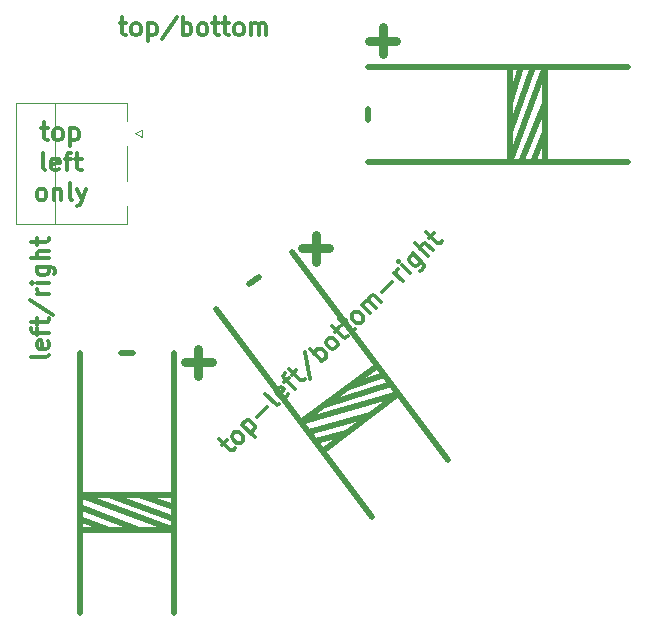
<source format=gbr>
G04 #@! TF.GenerationSoftware,KiCad,Pcbnew,(5.0.1)*
G04 #@! TF.CreationDate,2018-11-27T11:01:09+09:00*
G04 #@! TF.ProjectId,corner,636F726E65722E6B696361645F706362,rev?*
G04 #@! TF.SameCoordinates,Original*
G04 #@! TF.FileFunction,Legend,Top*
G04 #@! TF.FilePolarity,Positive*
%FSLAX46Y46*%
G04 Gerber Fmt 4.6, Leading zero omitted, Abs format (unit mm)*
G04 Created by KiCad (PCBNEW (5.0.1)) date Tue Nov 27 11:01:09 2018*
%MOMM*%
%LPD*%
G01*
G04 APERTURE LIST*
%ADD10C,0.300000*%
%ADD11C,0.750000*%
%ADD12C,0.500000*%
%ADD13C,0.120000*%
G04 APERTURE END LIST*
D10*
X147067142Y-45568571D02*
X147638571Y-45568571D01*
X147281428Y-45068571D02*
X147281428Y-46354285D01*
X147352857Y-46497142D01*
X147495714Y-46568571D01*
X147638571Y-46568571D01*
X148352857Y-46568571D02*
X148210000Y-46497142D01*
X148138571Y-46425714D01*
X148067142Y-46282857D01*
X148067142Y-45854285D01*
X148138571Y-45711428D01*
X148210000Y-45640000D01*
X148352857Y-45568571D01*
X148567142Y-45568571D01*
X148710000Y-45640000D01*
X148781428Y-45711428D01*
X148852857Y-45854285D01*
X148852857Y-46282857D01*
X148781428Y-46425714D01*
X148710000Y-46497142D01*
X148567142Y-46568571D01*
X148352857Y-46568571D01*
X149495714Y-45568571D02*
X149495714Y-47068571D01*
X149495714Y-45640000D02*
X149638571Y-45568571D01*
X149924285Y-45568571D01*
X150067142Y-45640000D01*
X150138571Y-45711428D01*
X150210000Y-45854285D01*
X150210000Y-46282857D01*
X150138571Y-46425714D01*
X150067142Y-46497142D01*
X149924285Y-46568571D01*
X149638571Y-46568571D01*
X149495714Y-46497142D01*
X147388571Y-49118571D02*
X147245714Y-49047142D01*
X147174285Y-48904285D01*
X147174285Y-47618571D01*
X148531428Y-49047142D02*
X148388571Y-49118571D01*
X148102857Y-49118571D01*
X147960000Y-49047142D01*
X147888571Y-48904285D01*
X147888571Y-48332857D01*
X147960000Y-48190000D01*
X148102857Y-48118571D01*
X148388571Y-48118571D01*
X148531428Y-48190000D01*
X148602857Y-48332857D01*
X148602857Y-48475714D01*
X147888571Y-48618571D01*
X149031428Y-48118571D02*
X149602857Y-48118571D01*
X149245714Y-49118571D02*
X149245714Y-47832857D01*
X149317142Y-47690000D01*
X149460000Y-47618571D01*
X149602857Y-47618571D01*
X149888571Y-48118571D02*
X150460000Y-48118571D01*
X150102857Y-47618571D02*
X150102857Y-48904285D01*
X150174285Y-49047142D01*
X150317142Y-49118571D01*
X150460000Y-49118571D01*
X146960000Y-51668571D02*
X146817142Y-51597142D01*
X146745714Y-51525714D01*
X146674285Y-51382857D01*
X146674285Y-50954285D01*
X146745714Y-50811428D01*
X146817142Y-50740000D01*
X146960000Y-50668571D01*
X147174285Y-50668571D01*
X147317142Y-50740000D01*
X147388571Y-50811428D01*
X147460000Y-50954285D01*
X147460000Y-51382857D01*
X147388571Y-51525714D01*
X147317142Y-51597142D01*
X147174285Y-51668571D01*
X146960000Y-51668571D01*
X148102857Y-50668571D02*
X148102857Y-51668571D01*
X148102857Y-50811428D02*
X148174285Y-50740000D01*
X148317142Y-50668571D01*
X148531428Y-50668571D01*
X148674285Y-50740000D01*
X148745714Y-50882857D01*
X148745714Y-51668571D01*
X149674285Y-51668571D02*
X149531428Y-51597142D01*
X149460000Y-51454285D01*
X149460000Y-50168571D01*
X150102857Y-50668571D02*
X150460000Y-51668571D01*
X150817142Y-50668571D02*
X150460000Y-51668571D01*
X150317142Y-52025714D01*
X150245714Y-52097142D01*
X150102857Y-52168571D01*
X162337611Y-72367819D02*
X162741672Y-71963758D01*
X162135581Y-71862743D02*
X163044718Y-72771880D01*
X163196241Y-72822388D01*
X163347764Y-72771880D01*
X163448779Y-72670865D01*
X163953855Y-72165789D02*
X163802333Y-72216296D01*
X163701317Y-72216296D01*
X163549794Y-72165789D01*
X163246749Y-71862743D01*
X163196241Y-71711220D01*
X163196241Y-71610205D01*
X163246749Y-71458682D01*
X163398272Y-71307159D01*
X163549794Y-71256651D01*
X163650810Y-71256651D01*
X163802333Y-71307159D01*
X164105378Y-71610205D01*
X164155886Y-71761727D01*
X164155886Y-71862743D01*
X164105378Y-72014266D01*
X163953855Y-72165789D01*
X164054871Y-70650560D02*
X165115531Y-71711220D01*
X164105378Y-70701067D02*
X164155886Y-70549544D01*
X164357916Y-70347514D01*
X164509439Y-70297006D01*
X164610455Y-70297006D01*
X164761977Y-70347514D01*
X165065023Y-70650560D01*
X165115531Y-70802083D01*
X165115531Y-70903098D01*
X165065023Y-71054621D01*
X164862993Y-71256651D01*
X164711470Y-71307159D01*
X165317561Y-69993961D02*
X166125683Y-69185838D01*
X167186344Y-68933300D02*
X167034821Y-68983808D01*
X166883298Y-68933300D01*
X165974161Y-68024163D01*
X167943958Y-68074671D02*
X167893450Y-68226194D01*
X167691420Y-68428224D01*
X167539897Y-68478732D01*
X167388374Y-68428224D01*
X166984313Y-68024163D01*
X166933805Y-67872640D01*
X166984313Y-67721117D01*
X167186344Y-67519087D01*
X167337866Y-67468579D01*
X167489389Y-67519087D01*
X167590405Y-67620102D01*
X167186344Y-68226194D01*
X167640912Y-67064518D02*
X168044973Y-66660457D01*
X168499542Y-67620102D02*
X167590405Y-66710965D01*
X167539897Y-66559442D01*
X167590405Y-66407919D01*
X167691420Y-66306904D01*
X168247004Y-66458427D02*
X168651065Y-66054366D01*
X168044973Y-65953350D02*
X168954111Y-66862488D01*
X169105633Y-66912995D01*
X169257156Y-66862488D01*
X169358172Y-66761472D01*
X169358172Y-64539137D02*
X169812740Y-66811980D01*
X170822893Y-65296751D02*
X169762233Y-64236091D01*
X170166294Y-64640152D02*
X170216801Y-64488629D01*
X170418832Y-64286599D01*
X170570355Y-64236091D01*
X170671370Y-64236091D01*
X170822893Y-64286599D01*
X171125938Y-64589644D01*
X171176446Y-64741167D01*
X171176446Y-64842183D01*
X171125938Y-64993705D01*
X170923908Y-65195736D01*
X170772385Y-65246244D01*
X171934061Y-64185583D02*
X171782538Y-64236091D01*
X171681522Y-64236091D01*
X171530000Y-64185583D01*
X171226954Y-63882538D01*
X171176446Y-63731015D01*
X171176446Y-63630000D01*
X171226954Y-63478477D01*
X171378477Y-63326954D01*
X171530000Y-63276446D01*
X171631015Y-63276446D01*
X171782538Y-63326954D01*
X172085583Y-63630000D01*
X172136091Y-63781522D01*
X172136091Y-63882538D01*
X172085583Y-64034061D01*
X171934061Y-64185583D01*
X171883553Y-62821877D02*
X172287614Y-62417816D01*
X171681522Y-62316801D02*
X172590660Y-63225938D01*
X172742183Y-63276446D01*
X172893705Y-63225938D01*
X172994721Y-63124923D01*
X172489644Y-62215786D02*
X172893705Y-61811725D01*
X172287614Y-61710710D02*
X173196751Y-62619847D01*
X173348274Y-62670355D01*
X173499797Y-62619847D01*
X173600812Y-62518832D01*
X174105888Y-62013755D02*
X173954366Y-62064263D01*
X173853350Y-62064263D01*
X173701827Y-62013755D01*
X173398782Y-61710710D01*
X173348274Y-61559187D01*
X173348274Y-61458172D01*
X173398782Y-61306649D01*
X173550305Y-61155126D01*
X173701827Y-61104618D01*
X173802843Y-61104618D01*
X173954366Y-61155126D01*
X174257411Y-61458172D01*
X174307919Y-61609694D01*
X174307919Y-61710710D01*
X174257411Y-61862233D01*
X174105888Y-62013755D01*
X174914011Y-61205633D02*
X174206904Y-60498527D01*
X174307919Y-60599542D02*
X174307919Y-60498527D01*
X174358427Y-60347004D01*
X174509950Y-60195481D01*
X174661472Y-60144973D01*
X174812995Y-60195481D01*
X175368579Y-60751065D01*
X174812995Y-60195481D02*
X174762488Y-60043958D01*
X174812995Y-59892435D01*
X174964518Y-59740912D01*
X175116041Y-59690405D01*
X175267564Y-59740912D01*
X175823148Y-60296496D01*
X175924163Y-59387359D02*
X176732285Y-58579237D01*
X177641422Y-58478222D02*
X176934316Y-57771115D01*
X177136346Y-57973145D02*
X177085838Y-57821622D01*
X177085838Y-57720607D01*
X177136346Y-57569084D01*
X177237361Y-57468069D01*
X178298022Y-57821622D02*
X177590915Y-57114516D01*
X177237361Y-56760962D02*
X177237361Y-56861977D01*
X177338377Y-56861977D01*
X177338377Y-56760962D01*
X177237361Y-56760962D01*
X177338377Y-56861977D01*
X178550560Y-56154871D02*
X179409189Y-57013500D01*
X179459697Y-57165023D01*
X179459697Y-57266038D01*
X179409189Y-57417561D01*
X179257666Y-57569084D01*
X179106144Y-57619592D01*
X179207159Y-56811470D02*
X179156651Y-56962993D01*
X178954621Y-57165023D01*
X178803098Y-57215531D01*
X178702083Y-57215531D01*
X178550560Y-57165023D01*
X178247514Y-56861977D01*
X178197006Y-56710455D01*
X178197006Y-56609439D01*
X178247514Y-56457916D01*
X178449544Y-56255886D01*
X178601067Y-56205378D01*
X179762743Y-56356901D02*
X178702083Y-55296241D01*
X180217311Y-55902333D02*
X179661727Y-55346749D01*
X179510205Y-55296241D01*
X179358682Y-55346749D01*
X179207159Y-55498272D01*
X179156651Y-55649794D01*
X179156651Y-55750810D01*
X179863758Y-54841672D02*
X180267819Y-54437611D01*
X179661727Y-54336596D02*
X180570865Y-55245733D01*
X180722388Y-55296241D01*
X180873911Y-55245733D01*
X180974926Y-55144718D01*
X147678571Y-64714285D02*
X147607142Y-64857142D01*
X147464285Y-64928571D01*
X146178571Y-64928571D01*
X147607142Y-63571428D02*
X147678571Y-63714285D01*
X147678571Y-64000000D01*
X147607142Y-64142857D01*
X147464285Y-64214285D01*
X146892857Y-64214285D01*
X146750000Y-64142857D01*
X146678571Y-64000000D01*
X146678571Y-63714285D01*
X146750000Y-63571428D01*
X146892857Y-63500000D01*
X147035714Y-63500000D01*
X147178571Y-64214285D01*
X146678571Y-63071428D02*
X146678571Y-62500000D01*
X147678571Y-62857142D02*
X146392857Y-62857142D01*
X146250000Y-62785714D01*
X146178571Y-62642857D01*
X146178571Y-62500000D01*
X146678571Y-62214285D02*
X146678571Y-61642857D01*
X146178571Y-62000000D02*
X147464285Y-62000000D01*
X147607142Y-61928571D01*
X147678571Y-61785714D01*
X147678571Y-61642857D01*
X146107142Y-60071428D02*
X148035714Y-61357142D01*
X147678571Y-59571428D02*
X146678571Y-59571428D01*
X146964285Y-59571428D02*
X146821428Y-59500000D01*
X146750000Y-59428571D01*
X146678571Y-59285714D01*
X146678571Y-59142857D01*
X147678571Y-58642857D02*
X146678571Y-58642857D01*
X146178571Y-58642857D02*
X146250000Y-58714285D01*
X146321428Y-58642857D01*
X146250000Y-58571428D01*
X146178571Y-58642857D01*
X146321428Y-58642857D01*
X146678571Y-57285714D02*
X147892857Y-57285714D01*
X148035714Y-57357142D01*
X148107142Y-57428571D01*
X148178571Y-57571428D01*
X148178571Y-57785714D01*
X148107142Y-57928571D01*
X147607142Y-57285714D02*
X147678571Y-57428571D01*
X147678571Y-57714285D01*
X147607142Y-57857142D01*
X147535714Y-57928571D01*
X147392857Y-58000000D01*
X146964285Y-58000000D01*
X146821428Y-57928571D01*
X146750000Y-57857142D01*
X146678571Y-57714285D01*
X146678571Y-57428571D01*
X146750000Y-57285714D01*
X147678571Y-56571428D02*
X146178571Y-56571428D01*
X147678571Y-55928571D02*
X146892857Y-55928571D01*
X146750000Y-56000000D01*
X146678571Y-56142857D01*
X146678571Y-56357142D01*
X146750000Y-56500000D01*
X146821428Y-56571428D01*
X146678571Y-55428571D02*
X146678571Y-54857142D01*
X146178571Y-55214285D02*
X147464285Y-55214285D01*
X147607142Y-55142857D01*
X147678571Y-55000000D01*
X147678571Y-54857142D01*
D11*
X169157142Y-55714285D02*
X171442857Y-55714285D01*
X170300000Y-56857142D02*
X170300000Y-54571428D01*
X159207142Y-65364285D02*
X161492857Y-65364285D01*
X160350000Y-66507142D02*
X160350000Y-64221428D01*
X174807142Y-38164285D02*
X177092857Y-38164285D01*
X175950000Y-39307142D02*
X175950000Y-37021428D01*
D10*
X153678571Y-36678571D02*
X154250000Y-36678571D01*
X153892857Y-36178571D02*
X153892857Y-37464285D01*
X153964285Y-37607142D01*
X154107142Y-37678571D01*
X154250000Y-37678571D01*
X154964285Y-37678571D02*
X154821428Y-37607142D01*
X154750000Y-37535714D01*
X154678571Y-37392857D01*
X154678571Y-36964285D01*
X154750000Y-36821428D01*
X154821428Y-36750000D01*
X154964285Y-36678571D01*
X155178571Y-36678571D01*
X155321428Y-36750000D01*
X155392857Y-36821428D01*
X155464285Y-36964285D01*
X155464285Y-37392857D01*
X155392857Y-37535714D01*
X155321428Y-37607142D01*
X155178571Y-37678571D01*
X154964285Y-37678571D01*
X156107142Y-36678571D02*
X156107142Y-38178571D01*
X156107142Y-36750000D02*
X156250000Y-36678571D01*
X156535714Y-36678571D01*
X156678571Y-36750000D01*
X156750000Y-36821428D01*
X156821428Y-36964285D01*
X156821428Y-37392857D01*
X156750000Y-37535714D01*
X156678571Y-37607142D01*
X156535714Y-37678571D01*
X156250000Y-37678571D01*
X156107142Y-37607142D01*
X158535714Y-36107142D02*
X157250000Y-38035714D01*
X159035714Y-37678571D02*
X159035714Y-36178571D01*
X159035714Y-36750000D02*
X159178571Y-36678571D01*
X159464285Y-36678571D01*
X159607142Y-36750000D01*
X159678571Y-36821428D01*
X159750000Y-36964285D01*
X159750000Y-37392857D01*
X159678571Y-37535714D01*
X159607142Y-37607142D01*
X159464285Y-37678571D01*
X159178571Y-37678571D01*
X159035714Y-37607142D01*
X160607142Y-37678571D02*
X160464285Y-37607142D01*
X160392857Y-37535714D01*
X160321428Y-37392857D01*
X160321428Y-36964285D01*
X160392857Y-36821428D01*
X160464285Y-36750000D01*
X160607142Y-36678571D01*
X160821428Y-36678571D01*
X160964285Y-36750000D01*
X161035714Y-36821428D01*
X161107142Y-36964285D01*
X161107142Y-37392857D01*
X161035714Y-37535714D01*
X160964285Y-37607142D01*
X160821428Y-37678571D01*
X160607142Y-37678571D01*
X161535714Y-36678571D02*
X162107142Y-36678571D01*
X161750000Y-36178571D02*
X161750000Y-37464285D01*
X161821428Y-37607142D01*
X161964285Y-37678571D01*
X162107142Y-37678571D01*
X162392857Y-36678571D02*
X162964285Y-36678571D01*
X162607142Y-36178571D02*
X162607142Y-37464285D01*
X162678571Y-37607142D01*
X162821428Y-37678571D01*
X162964285Y-37678571D01*
X163678571Y-37678571D02*
X163535714Y-37607142D01*
X163464285Y-37535714D01*
X163392857Y-37392857D01*
X163392857Y-36964285D01*
X163464285Y-36821428D01*
X163535714Y-36750000D01*
X163678571Y-36678571D01*
X163892857Y-36678571D01*
X164035714Y-36750000D01*
X164107142Y-36821428D01*
X164178571Y-36964285D01*
X164178571Y-37392857D01*
X164107142Y-37535714D01*
X164035714Y-37607142D01*
X163892857Y-37678571D01*
X163678571Y-37678571D01*
X164821428Y-37678571D02*
X164821428Y-36678571D01*
X164821428Y-36821428D02*
X164892857Y-36750000D01*
X165035714Y-36678571D01*
X165250000Y-36678571D01*
X165392857Y-36750000D01*
X165464285Y-36892857D01*
X165464285Y-37678571D01*
X165464285Y-36892857D02*
X165535714Y-36750000D01*
X165678571Y-36678571D01*
X165892857Y-36678571D01*
X166035714Y-36750000D01*
X166107142Y-36892857D01*
X166107142Y-37678571D01*
D12*
G04 #@! TO.C,J3*
X174700000Y-44900000D02*
X174700000Y-43900000D01*
X196700000Y-40400000D02*
X174700000Y-40400000D01*
X174700000Y-48400000D02*
X196700000Y-48400000D01*
X189700000Y-48400000D02*
X189700000Y-40400000D01*
X189700000Y-40400000D02*
X186700000Y-48400000D01*
X186700000Y-48400000D02*
X186700000Y-40400000D01*
X188700000Y-40400000D02*
X186700000Y-45900000D01*
X186700000Y-43400000D02*
X187700000Y-40400000D01*
X188700000Y-48400000D02*
X189700000Y-45900000D01*
X187700000Y-48400000D02*
X189700000Y-43400000D01*
D13*
G04 #@! TO.C,J4*
X154280000Y-43380000D02*
X144920000Y-43380000D01*
X144920000Y-43380000D02*
X144920000Y-53700000D01*
X144920000Y-53700000D02*
X154280000Y-53700000D01*
X154280000Y-43380000D02*
X154280000Y-44950000D01*
X154280000Y-53700000D02*
X154280000Y-52130000D01*
X154280000Y-47050000D02*
X154280000Y-50030000D01*
X148200000Y-43380000D02*
X148200000Y-53700000D01*
X155600000Y-46300000D02*
X155000000Y-46000000D01*
X155000000Y-46000000D02*
X155600000Y-45700000D01*
X155600000Y-45700000D02*
X155600000Y-46300000D01*
D12*
G04 #@! TO.C,J2*
X169679053Y-71264522D02*
X174875861Y-69852718D01*
X170280868Y-72063157D02*
X172879272Y-71357255D01*
X173070416Y-67456811D02*
X176068137Y-66450002D01*
X176669952Y-67248637D02*
X171073827Y-68961349D01*
X169077238Y-70465886D02*
X175466322Y-65651366D01*
X177271767Y-68047273D02*
X169077238Y-70465886D01*
X170882683Y-72861793D02*
X177271767Y-68047273D01*
X161855458Y-60882260D02*
X175095388Y-78452241D01*
X181484473Y-73637721D02*
X168244542Y-56067740D01*
X164650682Y-58775908D02*
X165449318Y-58174092D01*
G04 #@! TO.C,J1*
X153800000Y-64600000D02*
X154800000Y-64600000D01*
X158300000Y-86600000D02*
X158300000Y-64600000D01*
X150300000Y-64600000D02*
X150300000Y-86600000D01*
X150300000Y-79600000D02*
X158300000Y-79600000D01*
X158300000Y-79600000D02*
X150300000Y-76600000D01*
X150300000Y-76600000D02*
X158300000Y-76600000D01*
X158300000Y-78600000D02*
X152800000Y-76600000D01*
X155300000Y-76600000D02*
X158300000Y-77600000D01*
X150300000Y-78600000D02*
X152800000Y-79600000D01*
X150300000Y-77600000D02*
X155300000Y-79600000D01*
G04 #@! TD*
M02*

</source>
